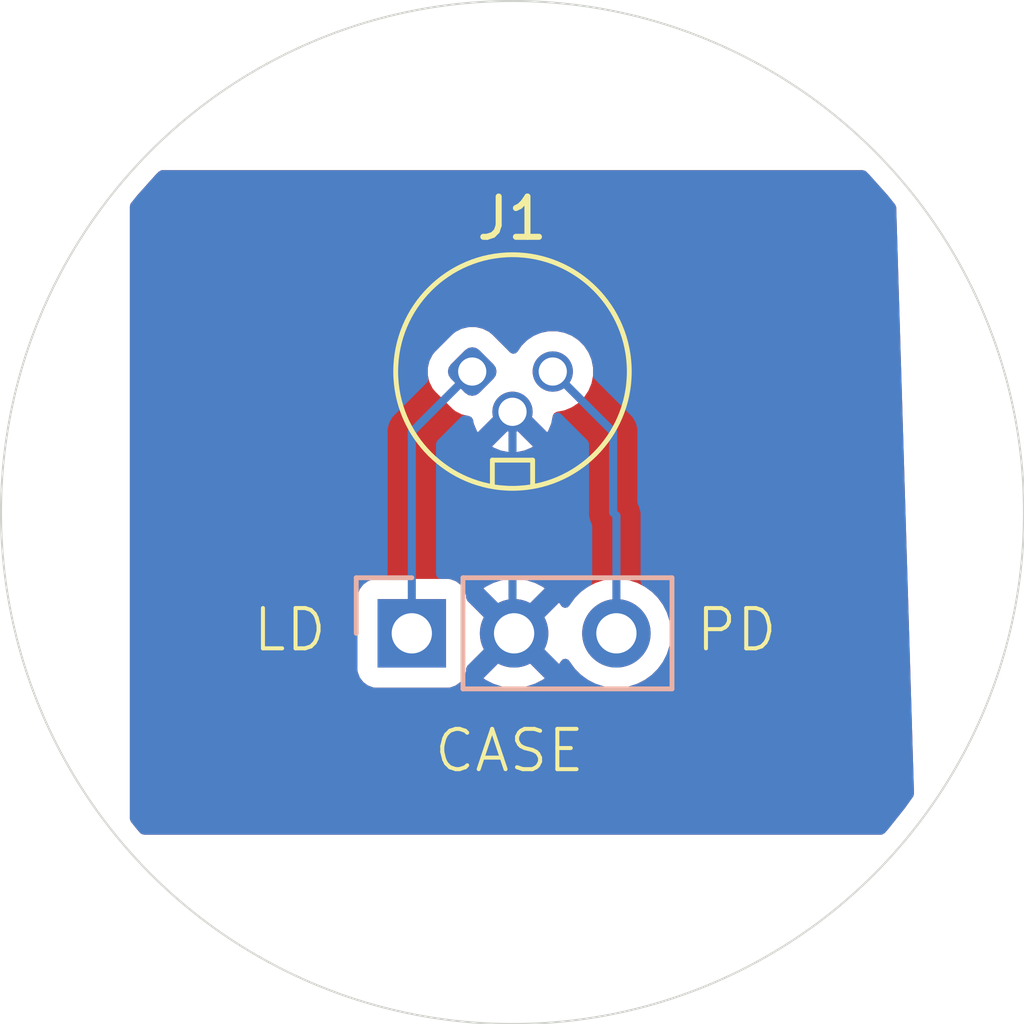
<source format=kicad_pcb>
(kicad_pcb (version 20241229) (generator "pcbnew") (generator_version "9.0")
  (layers (0 "F.Cu" signal) (2 "B.Cu" signal) (13 "F.Paste" user) (15 "B.Paste" user) (5 "F.SilkS" user "F.Silkscreen") (7 "B.SilkS" user "B.Silkscreen") (1 "F.Mask" user) (3 "B.Mask" user) (25 "Edge.Cuts" user))
  (net 0 "")
  (net 1 "Net-(J1-Pin_3)")
  (net 2 "GND")
  (net 3 "Net-(J1-Pin_1)")
  (footprint "OptoDevice:LaserDiode_TO56-3" (layer "F.Cu") (at 155.5 63.5)
    (property "Reference" "J1" (at 0.99 -3.8 0) (layer "F.SilkS"))
    (property "Value" "Laser Diode")
    (fp_line (start 0.5 2.2) (end 1.5 2.2) (stroke (width 0.12)) (layer "F.SilkS"))
    (fp_line (start 0.5 2.85) (end 0.5 2.2) (stroke (width 0.12)) (layer "F.SilkS"))
    (fp_line (start 1.5 2.2) (end 1.5 2.85) (stroke (width 0.12)) (layer "F.SilkS"))
    (fp_circle (center 1 0) (end 3.9 0) (stroke (width 0.12)) (fill no) (layer "F.SilkS"))
    (pad "1" thru_hole roundrect (at 0 0 45) (size 1 1) (drill 0.7) (layers "*.Cu" "*.Mask") (net 3 "Net-(J1-Pin_1)"))
    (pad "2" thru_hole circle (at 1 1) (size 1 1) (drill 0.7) (layers "*.Cu" "*.Mask") (net 2 "GND"))
    (pad "3" thru_hole circle (at 2 0) (size 1 1) (drill 0.7) (layers "*.Cu" "*.Mask") (net 1 "Net-(J1-Pin_3)"))
  )
  (footprint "Connector_PinHeader_2.54mm:PinHeader_1x03_P2.54mm_Vertical" (layer "B.Cu") (at 154 70 -90)
    (property "Reference" "J2" (hide yes))
    (property "Value" "Conn_01x03" (hide yes))
    (fp_line (start -1.38 1.38) (end 0 1.38) (stroke (width 0.12)) (layer "B.SilkS"))
    (fp_line (start -1.38 0) (end -1.38 1.38) (stroke (width 0.12)) (layer "B.SilkS"))
    (fp_line (start -1.38 -1.27) (end 1.38 -1.27) (stroke (width 0.12)) (layer "B.SilkS"))
    (fp_line (start -1.38 -1.27) (end -1.38 -6.46) (stroke (width 0.12)) (layer "B.SilkS"))
    (fp_line (start 1.38 -1.27) (end 1.38 -6.46) (stroke (width 0.12)) (layer "B.SilkS"))
    (fp_line (start -1.38 -6.46) (end 1.38 -6.46) (stroke (width 0.12)) (layer "B.SilkS"))
    (pad "1" thru_hole rect (at 0 0 270) (size 1.7 1.7) (drill 1) (layers "*.Cu" "*.Mask") (net 3 "Net-(J1-Pin_1)"))
    (pad "2" thru_hole circle (at 0 -2.54 270) (size 1.7 1.7) (drill 1) (layers "*.Cu" "*.Mask") (net 2 "GND"))
    (pad "3" thru_hole circle (at 0 -5.08 270) (size 1.7 1.7) (drill 1) (layers "*.Cu" "*.Mask") (net 1 "Net-(J1-Pin_3)"))
  )
  (gr_circle (center 156.5 67) (end 169.2 67) (stroke (width 0.05)) (fill no) (layer "Edge.Cuts"))
  (gr_text "PD" (at 161 70.5 0) (layer "F.SilkS") (effects (font (size 1 1) (thickness 0.1)) (justify left bottom)))
  (gr_text "LD" (at 150 70.5 0) (layer "F.SilkS") (effects (font (size 1 1) (thickness 0.1)) (justify left bottom)))
  (gr_text "CASE" (at 154.5 73.5 0) (layer "F.SilkS") (effects (font (size 1 1) (thickness 0.1)) (justify left bottom)))
  (segment (start 159.08 67.08) (end 159.08 70) (width 0.2) (layer "B.Cu") (net 1))
  (segment (start 159 65) (end 159 67) (width 0.2) (layer "B.Cu") (net 1))
  (segment (start 159 67) (end 159.08 67.08) (width 0.2) (layer "B.Cu") (net 1))
  (segment (start 157.5 63.5) (end 159 65) (width 0.2) (layer "B.Cu") (net 1))
  (segment (start 156.5 69.96) (end 156.54 70) (width 0.2) (layer "B.Cu") (net 2))
  (segment (start 156.5 64.5) (end 156.5 69.96) (width 0.2) (layer "B.Cu") (net 2))
  (segment (start 155.5 63.5) (end 154 65) (width 0.2) (layer "B.Cu") (net 3))
  (segment (start 154 65) (end 154 70) (width 0.2) (layer "B.Cu") (net 3))
  (zone (net 2) (net_name "GND") (layer "F.Cu") (connect_pads (clearance 0.5)) (min_thickness 0.25) (fill yes (thermal_gap 0.5) (thermal_bridge_width 0.5))
    (polygon (pts (xy 147 58.5) (xy 166 58.5) (xy 166.5 75) (xy 147 75)))
  )
  (zone (net 2) (net_name "GND") (layer "B.Cu") (priority 1) (connect_pads (clearance 0.5)) (min_thickness 0.25) (fill yes (thermal_gap 0.5) (thermal_bridge_width 0.5))
    (polygon (pts (xy 147 58.5) (xy 166 58.5) (xy 166.5 75) (xy 147 75)))
  )
)
</source>
